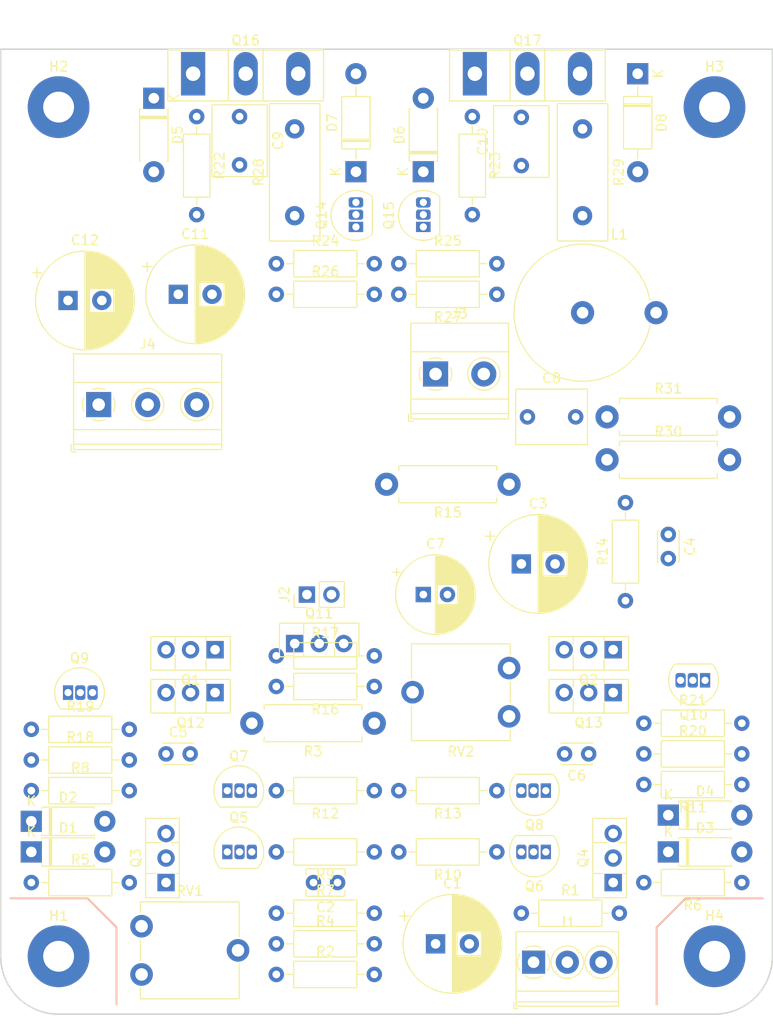
<source format=kicad_pcb>
(kicad_pcb (version 20171130) (host pcbnew 5.0.2-bee76a0~70~ubuntu18.04.1)
  (layers (0 F.Cu signal) (31 B.Cu signal) (34 B.Paste user) (35 F.Paste user) (36 B.SilkS user) (37 F.SilkS user) (38 B.Mask user) (39 F.Mask user) (44 Edge.Cuts user))
  (net 0 "")
  (net 1 "Net-(C1-Pad2)")
  (net 2 "Net-(C1-Pad1)")
  (net 3 GNDS)
  (net 4 "Net-(C2-Pad2)")
  (net 5 "Net-(C3-Pad1)")
  (net 6 "Net-(C4-Pad1)")
  (net 7 "Net-(C4-Pad2)")
  (net 8 "Net-(C5-Pad1)")
  (net 9 "Net-(C5-Pad2)")
  (net 10 "Net-(C6-Pad2)")
  (net 11 "Net-(C6-Pad1)")
  (net 12 "Net-(C8-Pad1)")
  (net 13 GNDA)
  (net 14 VDD)
  (net 15 VSS)
  (net 16 "Net-(D1-Pad1)")
  (net 17 "Net-(D2-Pad1)")
  (net 18 "Net-(D3-Pad1)")
  (net 19 "Net-(D3-Pad2)")
  (net 20 "Net-(D5-Pad1)")
  (net 21 "Net-(D6-Pad2)")
  (net 22 "Net-(D7-Pad2)")
  (net 23 "Net-(D8-Pad1)")
  (net 24 "Net-(J2-Pad1)")
  (net 25 "Net-(J3-Pad1)")
  (net 26 "Net-(Q1-Pad2)")
  (net 27 "Net-(Q1-Pad3)")
  (net 28 "Net-(Q2-Pad2)")
  (net 29 "Net-(Q2-Pad3)")
  (net 30 "Net-(Q3-Pad2)")
  (net 31 "Net-(Q4-Pad2)")
  (net 32 "Net-(Q5-Pad3)")
  (net 33 "Net-(Q6-Pad3)")
  (net 34 "Net-(Q7-Pad3)")
  (net 35 "Net-(Q8-Pad3)")
  (net 36 "Net-(Q9-Pad2)")
  (net 37 "Net-(Q10-Pad2)")
  (net 38 "Net-(Q11-Pad3)")
  (net 39 "Net-(Q12-Pad1)")
  (net 40 "Net-(Q13-Pad1)")
  (net 41 "Net-(Q14-Pad2)")
  (net 42 "Net-(Q15-Pad2)")
  (net 43 "Net-(Q16-Pad1)")
  (net 44 "Net-(Q17-Pad1)")
  (net 45 "Net-(R5-Pad2)")
  (net 46 "Net-(R17-Pad2)")
  (module Capacitor_THT:CP_Radial_D10.0mm_P3.50mm (layer F.Cu) (at 115.08 122.71)
    (fp_text reference C1 (at 1.75 -6.25) (layer F.SilkS))
    (fp_text value 100u)
    (pad 2 thru_hole circle (at 3.5 0) (size 2 2) (drill 1) (layers *.Cu *.Mask) (net 1 "Net-(C1-Pad2)"))
    (pad 1 thru_hole rect (at 0 0) (size 2 2) (drill 1) (layers *.Cu *.Mask) (net 2 "Net-(C1-Pad1)"))
  )
  (module Capacitor_THT:C_Disc_D3.8mm_W2.6mm_P2.50mm (layer F.Cu) (at 104.92 116.36 180)
    (fp_text reference C2 (at 1.25 -2.55 180) (layer F.SilkS))
    (fp_text value 470p)
    (pad 1 thru_hole circle (at 0 0 180) (size 1.6 1.6) (drill 0.8) (layers *.Cu *.Mask) (net 3 GNDS))
    (pad 2 thru_hole circle (at 2.5 0 180) (size 1.6 1.6) (drill 0.8) (layers *.Cu *.Mask) (net 4 "Net-(C2-Pad2)"))
  )
  (module Capacitor_THT:CP_Radial_D10.0mm_P3.50mm (layer F.Cu) (at 123.97 83.34)
    (fp_text reference C3 (at 1.75 -6.25) (layer F.SilkS))
    (fp_text value 1m)
    (pad 1 thru_hole rect (at 0 0) (size 2 2) (drill 1) (layers *.Cu *.Mask) (net 5 "Net-(C3-Pad1)"))
    (pad 2 thru_hole circle (at 3.5 0) (size 2 2) (drill 1) (layers *.Cu *.Mask) (net 3 GNDS))
  )
  (module Capacitor_THT:C_Disc_D3.0mm_W2.0mm_P2.50mm (layer F.Cu) (at 139.21 80.28 270)
    (fp_text reference C4 (at 1.25 -2.25 270) (layer F.SilkS))
    (fp_text value 8.2p)
    (pad 1 thru_hole circle (at 0 0 270) (size 1.6 1.6) (drill 0.8) (layers *.Cu *.Mask) (net 6 "Net-(C4-Pad1)"))
    (pad 2 thru_hole circle (at 2.5 0 270) (size 1.6 1.6) (drill 0.8) (layers *.Cu *.Mask) (net 7 "Net-(C4-Pad2)"))
  )
  (module Capacitor_THT:C_Disc_D3.0mm_W2.0mm_P2.50mm (layer F.Cu) (at 87.14 103.025)
    (fp_text reference C5 (at 1.25 -2.25) (layer F.SilkS))
    (fp_text value 47p)
    (pad 1 thru_hole circle (at 0 0) (size 1.6 1.6) (drill 0.8) (layers *.Cu *.Mask) (net 8 "Net-(C5-Pad1)"))
    (pad 2 thru_hole circle (at 2.5 0) (size 1.6 1.6) (drill 0.8) (layers *.Cu *.Mask) (net 9 "Net-(C5-Pad2)"))
  )
  (module Capacitor_THT:C_Disc_D3.0mm_W2.0mm_P2.50mm (layer F.Cu) (at 130.955 103.025 180)
    (fp_text reference C6 (at 1.25 -2.25 180) (layer F.SilkS))
    (fp_text value 47p)
    (pad 2 thru_hole circle (at 2.5 0 180) (size 1.6 1.6) (drill 0.8) (layers *.Cu *.Mask) (net 10 "Net-(C6-Pad2)"))
    (pad 1 thru_hole circle (at 0 0 180) (size 1.6 1.6) (drill 0.8) (layers *.Cu *.Mask) (net 11 "Net-(C6-Pad1)"))
  )
  (module Capacitor_THT:CP_Radial_D8.0mm_P2.50mm (layer F.Cu) (at 113.81 86.515)
    (fp_text reference C7 (at 1.25 -5.25) (layer F.SilkS))
    (fp_text value 47u)
    (pad 1 thru_hole rect (at 0 0) (size 1.6 1.6) (drill 0.8) (layers *.Cu *.Mask) (net 9 "Net-(C5-Pad2)"))
    (pad 2 thru_hole circle (at 2.5 0) (size 1.6 1.6) (drill 0.8) (layers *.Cu *.Mask) (net 11 "Net-(C6-Pad1)"))
  )
  (module Capacitor_THT:C_Rect_L7.2mm_W5.5mm_P5.00mm_FKS2_FKP2_MKS2_MKP2 (layer F.Cu) (at 124.605 68.1)
    (fp_text reference C8 (at 2.5 -4) (layer F.SilkS))
    (fp_text value 100n)
    (pad 1 thru_hole circle (at 0 0) (size 1.6 1.6) (drill 0.8) (layers *.Cu *.Mask) (net 12 "Net-(C8-Pad1)"))
    (pad 2 thru_hole circle (at 5 0) (size 1.6 1.6) (drill 0.8) (layers *.Cu *.Mask) (net 13 GNDA))
  )
  (module Capacitor_THT:C_Rect_L7.2mm_W5.5mm_P5.00mm_FKS2_FKP2_MKS2_MKP2 (layer F.Cu) (at 94.76 36.985 270)
    (fp_text reference C9 (at 2.5 -4 270) (layer F.SilkS))
    (fp_text value 100n)
    (pad 2 thru_hole circle (at 5 0 270) (size 1.6 1.6) (drill 0.8) (layers *.Cu *.Mask) (net 13 GNDA))
    (pad 1 thru_hole circle (at 0 0 270) (size 1.6 1.6) (drill 0.8) (layers *.Cu *.Mask) (net 14 VDD))
  )
  (module Capacitor_THT:C_Rect_L7.2mm_W5.5mm_P5.00mm_FKS2_FKP2_MKS2_MKP2 (layer F.Cu) (at 123.97 42.065 90)
    (fp_text reference C10 (at 2.5 -4 90) (layer F.SilkS))
    (fp_text value 100n)
    (pad 1 thru_hole circle (at 0 0 90) (size 1.6 1.6) (drill 0.8) (layers *.Cu *.Mask) (net 13 GNDA))
    (pad 2 thru_hole circle (at 5 0 90) (size 1.6 1.6) (drill 0.8) (layers *.Cu *.Mask) (net 15 VSS))
  )
  (module Capacitor_THT:CP_Radial_D10.0mm_P3.50mm (layer F.Cu) (at 88.41 55.4)
    (fp_text reference C11 (at 1.75 -6.25) (layer F.SilkS))
    (fp_text value 470u)
    (pad 1 thru_hole rect (at 0 0) (size 2 2) (drill 1) (layers *.Cu *.Mask) (net 14 VDD))
    (pad 2 thru_hole circle (at 3.5 0) (size 2 2) (drill 1) (layers *.Cu *.Mask) (net 13 GNDA))
  )
  (module Capacitor_THT:CP_Radial_D10.0mm_P3.50mm (layer F.Cu) (at 76.98 56.035)
    (fp_text reference C12 (at 1.75 -6.25) (layer F.SilkS))
    (fp_text value 470u)
    (pad 2 thru_hole circle (at 3.5 0) (size 2 2) (drill 1) (layers *.Cu *.Mask) (net 15 VSS))
    (pad 1 thru_hole rect (at 0 0) (size 2 2) (drill 1) (layers *.Cu *.Mask) (net 13 GNDA))
  )
  (module Diode_THT:D_DO-41_SOD81_P7.62mm_Horizontal (layer F.Cu) (at 73.17 113.185)
    (fp_text reference D1 (at 3.81 -2.47) (layer F.SilkS))
    (fp_text value BAV21)
    (fp_text user K (at 0 -2.1) (layer F.SilkS))
    (pad 2 thru_hole oval (at 7.62 0) (size 2.2 2.2) (drill 1.1) (layers *.Cu *.Mask) (net 14 VDD))
    (pad 1 thru_hole rect (at 0 0) (size 2.2 2.2) (drill 1.1) (layers *.Cu *.Mask) (net 16 "Net-(D1-Pad1)"))
  )
  (module Diode_THT:D_DO-41_SOD81_P7.62mm_Horizontal (layer F.Cu) (at 73.17 110.01)
    (fp_text reference D2 (at 3.81 -2.47) (layer F.SilkS))
    (fp_text value BAV21)
    (fp_text user K (at 0 -2.1) (layer F.SilkS))
    (pad 1 thru_hole rect (at 0 0) (size 2.2 2.2) (drill 1.1) (layers *.Cu *.Mask) (net 17 "Net-(D2-Pad1)"))
    (pad 2 thru_hole oval (at 7.62 0) (size 2.2 2.2) (drill 1.1) (layers *.Cu *.Mask) (net 16 "Net-(D1-Pad1)"))
  )
  (module Diode_THT:D_DO-41_SOD81_P7.62mm_Horizontal (layer F.Cu) (at 139.21 113.185)
    (fp_text reference D3 (at 3.81 -2.47) (layer F.SilkS))
    (fp_text value BAV21)
    (fp_text user K (at 0 -2.1) (layer F.SilkS))
    (pad 1 thru_hole rect (at 0 0) (size 2.2 2.2) (drill 1.1) (layers *.Cu *.Mask) (net 18 "Net-(D3-Pad1)"))
    (pad 2 thru_hole oval (at 7.62 0) (size 2.2 2.2) (drill 1.1) (layers *.Cu *.Mask) (net 19 "Net-(D3-Pad2)"))
  )
  (module Diode_THT:D_DO-41_SOD81_P7.62mm_Horizontal (layer F.Cu) (at 139.21 109.375)
    (fp_text reference D4 (at 3.81 -2.47) (layer F.SilkS))
    (fp_text value BAV21)
    (fp_text user K (at 0 -2.1) (layer F.SilkS))
    (pad 2 thru_hole oval (at 7.62 0) (size 2.2 2.2) (drill 1.1) (layers *.Cu *.Mask) (net 18 "Net-(D3-Pad1)"))
    (pad 1 thru_hole rect (at 0 0) (size 2.2 2.2) (drill 1.1) (layers *.Cu *.Mask) (net 15 VSS))
  )
  (module Diode_THT:D_DO-41_SOD81_P7.62mm_Horizontal (layer F.Cu) (at 85.87 35.08 270)
    (fp_text reference D5 (at 3.81 -2.47 270) (layer F.SilkS))
    (fp_text value BAV21)
    (fp_text user K (at 0 -2.1 270) (layer F.SilkS))
    (pad 2 thru_hole oval (at 7.62 0 270) (size 2.2 2.2) (drill 1.1) (layers *.Cu *.Mask) (net 9 "Net-(C5-Pad2)"))
    (pad 1 thru_hole rect (at 0 0 270) (size 2.2 2.2) (drill 1.1) (layers *.Cu *.Mask) (net 20 "Net-(D5-Pad1)"))
  )
  (module Diode_THT:D_DO-41_SOD81_P7.62mm_Horizontal (layer F.Cu) (at 113.81 42.7 90)
    (fp_text reference D6 (at 3.81 -2.47 90) (layer F.SilkS))
    (fp_text value BAV21)
    (fp_text user K (at 0 -2.1 90) (layer F.SilkS))
    (pad 1 thru_hole rect (at 0 0 90) (size 2.2 2.2) (drill 1.1) (layers *.Cu *.Mask) (net 11 "Net-(C6-Pad1)"))
    (pad 2 thru_hole oval (at 7.62 0 90) (size 2.2 2.2) (drill 1.1) (layers *.Cu *.Mask) (net 21 "Net-(D6-Pad2)"))
  )
  (module Diode_THT:D_DO-41_SOD81_P10.16mm_Horizontal (layer F.Cu) (at 106.825 42.7 90)
    (fp_text reference D7 (at 5.08 -2.47 90) (layer F.SilkS))
    (fp_text value ZPY12-TR)
    (fp_text user K (at 0 -2.1 90) (layer F.SilkS))
    (pad 1 thru_hole rect (at 0 0 90) (size 2.2 2.2) (drill 1.1) (layers *.Cu *.Mask) (net 20 "Net-(D5-Pad1)"))
    (pad 2 thru_hole oval (at 10.16 0 90) (size 2.2 2.2) (drill 1.1) (layers *.Cu *.Mask) (net 22 "Net-(D7-Pad2)"))
  )
  (module Diode_THT:D_DO-41_SOD81_P10.16mm_Horizontal (layer F.Cu) (at 136.035 32.54 270)
    (fp_text reference D8 (at 5.08 -2.47 270) (layer F.SilkS))
    (fp_text value ZPY12-TR)
    (fp_text user K (at 0 -2.1 270) (layer F.SilkS))
    (pad 2 thru_hole oval (at 10.16 0 270) (size 2.2 2.2) (drill 1.1) (layers *.Cu *.Mask) (net 21 "Net-(D6-Pad2)"))
    (pad 1 thru_hole rect (at 0 0 270) (size 2.2 2.2) (drill 1.1) (layers *.Cu *.Mask) (net 23 "Net-(D8-Pad1)"))
  )
  (module MountingHole:MountingHole_3.2mm_M3_Pad (layer F.Cu) (at 76 124)
    (fp_text reference H1 (at 0 -4.2) (layer F.SilkS))
    (fp_text value MountingHole)
    (pad 1 thru_hole circle (at 0 0) (size 6.4 6.4) (drill 3.2) (layers *.Cu *.Mask))
  )
  (module MountingHole:MountingHole_3.2mm_M3_Pad (layer F.Cu) (at 76 36)
    (fp_text reference H2 (at 0 -4.2) (layer F.SilkS))
    (fp_text value MountingHole)
    (pad 1 thru_hole circle (at 0 0) (size 6.4 6.4) (drill 3.2) (layers *.Cu *.Mask))
  )
  (module MountingHole:MountingHole_3.2mm_M3_Pad (layer F.Cu) (at 144 36)
    (fp_text reference H3 (at 0 -4.2) (layer F.SilkS))
    (fp_text value MountingHole)
    (pad 1 thru_hole circle (at 0 0) (size 6.4 6.4) (drill 3.2) (layers *.Cu *.Mask))
  )
  (module MountingHole:MountingHole_3.2mm_M3_Pad (layer F.Cu) (at 144 124)
    (fp_text reference H4 (at 0 -4.2) (layer F.SilkS))
    (fp_text value MountingHole)
    (pad 1 thru_hole circle (at 0 0) (size 6.4 6.4) (drill 3.2) (layers *.Cu *.Mask))
  )
  (module TerminalBlock_Phoenix:TerminalBlock_Phoenix_PT-1,5-3-3.5-H_1x03_P3.50mm_Horizontal (layer F.Cu) (at 125.24 124.615)
    (fp_text reference J1 (at 3.5 -4.16) (layer F.SilkS))
    (fp_text value input)
    (pad 1 thru_hole rect (at 0 0) (size 2.4 2.4) (drill 1.2) (layers *.Cu *.Mask) (net 13 GNDA))
    (pad 2 thru_hole circle (at 3.5 0) (size 2.4 2.4) (drill 1.2) (layers *.Cu *.Mask) (net 3 GNDS))
    (pad 3 thru_hole circle (at 7 0) (size 2.4 2.4) (drill 1.2) (layers *.Cu *.Mask) (net 1 "Net-(C1-Pad2)"))
  )
  (module Connector_PinHeader_2.54mm:PinHeader_1x02_P2.54mm_Vertical (layer F.Cu) (at 101.745 86.515 90)
    (fp_text reference J2 (at 0 -2.33 90) (layer F.SilkS))
    (fp_text value Conn_01x02_Female)
    (pad 1 thru_hole rect (at 0 0 90) (size 1.7 1.7) (drill 1) (layers *.Cu *.Mask) (net 24 "Net-(J2-Pad1)"))
    (pad 2 thru_hole oval (at 0 2.54 90) (size 1.7 1.7) (drill 1) (layers *.Cu *.Mask) (net 11 "Net-(C6-Pad1)"))
  )
  (module TerminalBlock_Phoenix:TerminalBlock_Phoenix_MKDS-1,5-2_1x02_P5.00mm_Horizontal (layer F.Cu) (at 115.08 63.655)
    (fp_text reference J3 (at 2.5 -6.26) (layer F.SilkS))
    (fp_text value output)
    (pad 1 thru_hole rect (at 0 0) (size 2.6 2.6) (drill 1.3) (layers *.Cu *.Mask) (net 25 "Net-(J3-Pad1)"))
    (pad 2 thru_hole circle (at 5 0) (size 2.6 2.6) (drill 1.3) (layers *.Cu *.Mask) (net 13 GNDA))
  )
  (module TerminalBlock_Phoenix:TerminalBlock_Phoenix_MKDS-1,5-3-5.08_1x03_P5.08mm_Horizontal (layer F.Cu) (at 80.155 66.83)
    (fp_text reference J4 (at 5.08 -6.26) (layer F.SilkS))
    (fp_text value power)
    (pad 1 thru_hole rect (at 0 0) (size 2.6 2.6) (drill 1.3) (layers *.Cu *.Mask) (net 14 VDD))
    (pad 2 thru_hole circle (at 5.08 0) (size 2.6 2.6) (drill 1.3) (layers *.Cu *.Mask) (net 13 GNDA))
    (pad 3 thru_hole circle (at 10.16 0) (size 2.6 2.6) (drill 1.3) (layers *.Cu *.Mask) (net 15 VSS))
  )
  (module Inductor_THT:L_Axial_L29.9mm_D14.0mm_P7.62mm_Vertical_Vishay_IHA-105 (layer F.Cu) (at 130.32 57.305)
    (fp_text reference L1 (at 3.81 -8.105) (layer F.SilkS))
    (fp_text value 4u)
    (pad 1 thru_hole circle (at 0 0) (size 2.4 2.4) (drill 1.2) (layers *.Cu *.Mask) (net 6 "Net-(C4-Pad1)"))
    (pad 2 thru_hole oval (at 7.62 0) (size 2.4 2.4) (drill 1.2) (layers *.Cu *.Mask) (net 25 "Net-(J3-Pad1)"))
  )
  (module Package_TO_SOT_THT:TO-126-3_Vertical (layer F.Cu) (at 92.22 92.23 180)
    (fp_text reference Q1 (at 2.54 -3.12 180) (layer F.SilkS))
    (fp_text value 2SA1381F)
    (pad 1 thru_hole rect (at 0 0 180) (size 1.8 1.8) (drill 1) (layers *.Cu *.Mask) (net 17 "Net-(D2-Pad1)"))
    (pad 2 thru_hole oval (at 2.54 0 180) (size 1.8 1.8) (drill 1) (layers *.Cu *.Mask) (net 26 "Net-(Q1-Pad2)"))
    (pad 3 thru_hole oval (at 5.08 0 180) (size 1.8 1.8) (drill 1) (layers *.Cu *.Mask) (net 27 "Net-(Q1-Pad3)"))
  )
  (module Package_TO_SOT_THT:TO-126-3_Vertical (layer F.Cu) (at 133.495 92.23 180)
    (fp_text reference Q2 (at 2.54 -3.12 180) (layer F.SilkS))
    (fp_text value 2SC3503F)
    (pad 1 thru_hole rect (at 0 0 180) (size 1.8 1.8) (drill 1) (layers *.Cu *.Mask) (net 19 "Net-(D3-Pad2)"))
    (pad 2 thru_hole oval (at 2.54 0 180) (size 1.8 1.8) (drill 1) (layers *.Cu *.Mask) (net 28 "Net-(Q2-Pad2)"))
    (pad 3 thru_hole oval (at 5.08 0 180) (size 1.8 1.8) (drill 1) (layers *.Cu *.Mask) (net 29 "Net-(Q2-Pad3)"))
  )
  (module Package_TO_SOT_THT:TO-126-3_Vertical (layer F.Cu) (at 87.14 116.36 90)
    (fp_text reference Q3 (at 2.54 -3.12 90) (layer F.SilkS))
    (fp_text value 2SA1381F)
    (pad 3 thru_hole oval (at 5.08 0 90) (size 1.8 1.8) (drill 1) (layers *.Cu *.Mask) (net 26 "Net-(Q1-Pad2)"))
    (pad 2 thru_hole oval (at 2.54 0 90) (size 1.8 1.8) (drill 1) (layers *.Cu *.Mask) (net 30 "Net-(Q3-Pad2)"))
    (pad 1 thru_hole rect (at 0 0 90) (size 1.8 1.8) (drill 1) (layers *.Cu *.Mask) (net 27 "Net-(Q1-Pad3)"))
  )
  (module Package_TO_SOT_THT:TO-126-3_Vertical (layer F.Cu) (at 133.495 116.36 90)
    (fp_text reference Q4 (at 2.54 -3.12 90) (layer F.SilkS))
    (fp_text value 2SC3503F)
    (pad 3 thru_hole oval (at 5.08 0 90) (size 1.8 1.8) (drill 1) (layers *.Cu *.Mask) (net 28 "Net-(Q2-Pad2)"))
    (pad 2 thru_hole oval (at 2.54 0 90) (size 1.8 1.8) (drill 1) (layers *.Cu *.Mask) (net 31 "Net-(Q4-Pad2)"))
    (pad 1 thru_hole rect (at 0 0 90) (size 1.8 1.8) (drill 1) (layers *.Cu *.Mask) (net 29 "Net-(Q2-Pad3)"))
  )
  (module Package_TO_SOT_THT:TO-92L_Inline (layer F.Cu) (at 93.49 113.185)
    (fp_text reference Q5 (at 1.19 -3.56) (layer F.SilkS))
    (fp_text value BC550C)
    (pad 2 thru_hole roundrect (at 1.27 0) (size 1.05 1.5) (drill 0.75) (layers *.Cu *.Mask) (net 4 "Net-(C2-Pad2)"))
    (pad 3 thru_hole roundrect (at 2.54 0) (size 1.05 1.5) (drill 0.75) (layers *.Cu *.Mask) (net 32 "Net-(Q5-Pad3)"))
    (pad 1 thru_hole rect (at 0 0) (size 1.05 1.5) (drill 0.75) (layers *.Cu *.Mask) (net 8 "Net-(C5-Pad1)"))
  )
  (module Package_TO_SOT_THT:TO-92L_Inline (layer F.Cu) (at 126.51 113.185 180)
    (fp_text reference Q6 (at 1.19 -3.56 180) (layer F.SilkS))
    (fp_text value BC560C)
    (pad 2 thru_hole roundrect (at 1.27 0 180) (size 1.05 1.5) (drill 0.75) (layers *.Cu *.Mask) (net 4 "Net-(C2-Pad2)"))
    (pad 3 thru_hole roundrect (at 2.54 0 180) (size 1.05 1.5) (drill 0.75) (layers *.Cu *.Mask) (net 33 "Net-(Q6-Pad3)"))
    (pad 1 thru_hole rect (at 0 0 180) (size 1.05 1.5) (drill 0.75) (layers *.Cu *.Mask) (net 10 "Net-(C6-Pad2)"))
  )
  (module Package_TO_SOT_THT:TO-92L_Inline (layer F.Cu) (at 93.49 106.835)
    (fp_text reference Q7 (at 1.19 -3.56) (layer F.SilkS))
    (fp_text value BC550C)
    (pad 1 thru_hole rect (at 0 0) (size 1.05 1.5) (drill 0.75) (layers *.Cu *.Mask) (net 14 VDD))
    (pad 3 thru_hole roundrect (at 2.54 0) (size 1.05 1.5) (drill 0.75) (layers *.Cu *.Mask) (net 34 "Net-(Q7-Pad3)"))
    (pad 2 thru_hole roundrect (at 1.27 0) (size 1.05 1.5) (drill 0.75) (layers *.Cu *.Mask) (net 7 "Net-(C4-Pad2)"))
  )
  (module Package_TO_SOT_THT:TO-92L_Inline (layer F.Cu) (at 126.51 106.835 180)
    (fp_text reference Q8 (at 1.19 -3.56 180) (layer F.SilkS))
    (fp_text value BC560C)
    (pad 1 thru_hole rect (at 0 0 180) (size 1.05 1.5) (drill 0.75) (layers *.Cu *.Mask) (net 15 VSS))
    (pad 3 thru_hole roundrect (at 2.54 0 180) (size 1.05 1.5) (drill 0.75) (layers *.Cu *.Mask) (net 35 "Net-(Q8-Pad3)"))
    (pad 2 thru_hole roundrect (at 1.27 0 180) (size 1.05 1.5) (drill 0.75) (layers *.Cu *.Mask) (net 7 "Net-(C4-Pad2)"))
  )
  (module Package_TO_SOT_THT:TO-92L_Inline (layer F.Cu) (at 76.98 96.675)
    (fp_text reference Q9 (at 1.19 -3.56) (layer F.SilkS))
    (fp_text value BC556B)
    (pad 1 thru_hole rect (at 0 0) (size 1.05 1.5) (drill 0.75) (layers *.Cu *.Mask) (net 8 "Net-(C5-Pad1)"))
    (pad 3 thru_hole roundrect (at 2.54 0) (size 1.05 1.5) (drill 0.75) (layers *.Cu *.Mask) (net 14 VDD))
    (pad 2 thru_hole roundrect (at 1.27 0) (size 1.05 1.5) (drill 0.75) (layers *.Cu *.Mask) (net 36 "Net-(Q9-Pad2)"))
  )
  (module Package_TO_SOT_THT:TO-92L_Inline (layer F.Cu) (at 143.02 95.405 180)
    (fp_text reference Q10 (at 1.19 -3.56 180) (layer F.SilkS))
    (fp_text value BC546B)
    (pad 1 thru_hole rect (at 0 0 180) (size 1.05 1.5) (drill 0.75) (layers *.Cu *.Mask) (net 10 "Net-(C6-Pad2)"))
    (pad 3 thru_hole roundrect (at 2.54 0 180) (size 1.05 1.5) (drill 0.75) (layers *.Cu *.Mask) (net 15 VSS))
    (pad 2 thru_hole roundrect (at 1.27 0 180) (size 1.05 1.5) (drill 0.75) (layers *.Cu *.Mask) (net 37 "Net-(Q10-Pad2)"))
  )
  (module Package_TO_SOT_THT:TO-126-3_Vertical (layer F.Cu) (at 100.475 91.595)
    (fp_text reference Q11 (at 2.54 -3.12) (layer F.SilkS))
    (fp_text value MJE340)
    (pad 1 thru_hole rect (at 0 0) (size 1.8 1.8) (drill 1) (layers *.Cu *.Mask) (net 24 "Net-(J2-Pad1)"))
    (pad 2 thru_hole oval (at 2.54 0) (size 1.8 1.8) (drill 1) (layers *.Cu *.Mask) (net 9 "Net-(C5-Pad2)"))
    (pad 3 thru_hole oval (at 5.08 0) (size 1.8 1.8) (drill 1) (layers *.Cu *.Mask) (net 38 "Net-(Q11-Pad3)"))
  )
  (module Package_TO_SOT_THT:TO-126-3_Vertical (layer F.Cu) (at 92.22 96.675 180)
    (fp_text reference Q12 (at 2.54 -3.12 180) (layer F.SilkS))
    (fp_text value 2SA1381F)
    (pad 3 thru_hole oval (at 5.08 0 180) (size 1.8 1.8) (drill 1) (layers *.Cu *.Mask) (net 8 "Net-(C5-Pad1)"))
    (pad 2 thru_hole oval (at 2.54 0 180) (size 1.8 1.8) (drill 1) (layers *.Cu *.Mask) (net 9 "Net-(C5-Pad2)"))
    (pad 1 thru_hole rect (at 0 0 180) (size 1.8 1.8) (drill 1) (layers *.Cu *.Mask) (net 39 "Net-(Q12-Pad1)"))
  )
  (module Package_TO_SOT_THT:TO-126-3_Vertical (layer F.Cu) (at 133.495 96.675 180)
    (fp_text reference Q13 (at 2.54 -3.12 180) (layer F.SilkS))
    (fp_text value 2SC3503F)
    (pad 1 thru_hole rect (at 0 0 180) (size 1.8 1.8) (drill 1) (layers *.Cu *.Mask) (net 40 "Net-(Q13-Pad1)"))
    (pad 2 thru_hole oval (at 2.54 0 180) (size 1.8 1.8) (drill 1) (layers *.Cu *.Mask) (net 11 "Net-(C6-Pad1)"))
    (pad 3 thru_hole oval (at 5.08 0 180) (size 1.8 1.8) (drill 1) (layers *.Cu *.Mask) (net 10 "Net-(C6-Pad2)"))
  )
  (module Package_TO_SOT_THT:TO-92L_Inline (layer F.Cu) (at 106.825 48.415 90)
    (fp_text reference Q14 (at 1.19 -3.56 90) (layer F.SilkS))
    (fp_text value BC546B)
    (pad 2 thru_hole roundrect (at 1.27 0 90) (size 1.05 1.5) (drill 0.75) (layers *.Cu *.Mask) (net 41 "Net-(Q14-Pad2)"))
    (pad 3 thru_hole roundrect (at 2.54 0 90) (size 1.05 1.5) (drill 0.75) (layers *.Cu *.Mask) (net 6 "Net-(C4-Pad1)"))
    (pad 1 thru_hole rect (at 0 0 90) (size 1.05 1.5) (drill 0.75) (layers *.Cu *.Mask) (net 20 "Net-(D5-Pad1)"))
  )
  (module Package_TO_SOT_THT:TO-92L_Inline (layer F.Cu) (at 113.81 48.415 90)
    (fp_text reference Q15 (at 1.19 -3.56 90) (layer F.SilkS))
    (fp_text value BC556B)
    (pad 2 thru_hole roundrect (at 1.27 0 90) (size 1.05 1.5) (drill 0.75) (layers *.Cu *.Mask) (net 42 "Net-(Q15-Pad2)"))
    (pad 3 thru_hole roundrect (at 2.54 0 90) (size 1.05 1.5) (drill 0.75) (layers *.Cu *.Mask) (net 6 "Net-(C4-Pad1)"))
    (pad 1 thru_hole rect (at 0 0 90) (size 1.05 1.5) (drill 0.75) (layers *.Cu *.Mask) (net 21 "Net-(D6-Pad2)"))
  )
  (module Package_TO_SOT_THT:TO-247-3_Vertical (layer F.Cu) (at 89.945 32.54)
    (fp_text reference Q16 (at 5.45 -3.45) (layer F.SilkS))
    (fp_text value IRFP240N)
    (pad 1 thru_hole rect (at 0 0) (size 2.5 4.5) (drill 1.5) (layers *.Cu *.Mask) (net 43 "Net-(Q16-Pad1)"))
    (pad 2 thru_hole oval (at 5.45 0) (size 2.5 4.5) (drill 1.5) (layers *.Cu *.Mask) (net 14 VDD))
    (pad 3 thru_hole oval (at 10.9 0) (size 2.5 4.5) (drill 1.5) (layers *.Cu *.Mask) (net 22 "Net-(D7-Pad2)"))
  )
  (module Package_TO_SOT_THT:TO-247-3_Vertical (layer F.Cu) (at 119.155 32.54)
    (fp_text reference Q17 (at 5.45 -3.45) (layer F.SilkS))
    (fp_text value IRFP9240N)
    (pad 3 thru_hole oval (at 10.9 0) (size 2.5 4.5) (drill 1.5) (layers *.Cu *.Mask) (net 23 "Net-(D8-Pad1)"))
    (pad 2 thru_hole oval (at 5.45 0) (size 2.5 4.5) (drill 1.5) (layers *.Cu *.Mask) (net 15 VSS))
    (pad 1 thru_hole rect (at 0 0) (size 2.5 4.5) (drill 1.5) (layers *.Cu *.Mask) (net 44 "Net-(Q17-Pad1)"))
  )
  (module Resistor_THT:R_Axial_DIN0207_L6.3mm_D2.5mm_P10.16mm_Horizontal (layer F.Cu) (at 98.57 125.885)
    (fp_text reference R2 (at 5.08 -2.37) (layer F.SilkS))
    (fp_text value 10k)
    (pad 2 thru_hole oval (at 10.16 0) (size 1.6 1.6) (drill 0.8) (layers *.Cu *.Mask) (net 1 "Net-(C1-Pad2)"))
    (pad 1 thru_hole circle (at 0 0) (size 1.6 1.6) (drill 0.8) (layers *.Cu *.Mask) (net 3 GNDS))
  )
  (module Resistor_THT:R_Axial_DIN0411_L9.9mm_D3.6mm_P12.70mm_Horizontal (layer F.Cu) (at 108.73 99.85 180)
    (fp_text reference R3 (at 6.35 -2.92 180) (layer F.SilkS))
    (fp_text value 8k2)
    (pad 2 thru_hole oval (at 12.7 0 180) (size 2.4 2.4) (drill 1.2) (layers *.Cu *.Mask) (net 26 "Net-(Q1-Pad2)"))
    (pad 1 thru_hole circle (at 0 0 180) (size 2.4 2.4) (drill 1.2) (layers *.Cu *.Mask) (net 28 "Net-(Q2-Pad2)"))
  )
  (module Resistor_THT:R_Axial_DIN0207_L6.3mm_D2.5mm_P10.16mm_Horizontal (layer F.Cu) (at 98.57 122.71)
    (fp_text reference R4 (at 5.08 -2.37) (layer F.SilkS))
    (fp_text value 100)
    (pad 1 thru_hole circle (at 0 0) (size 1.6 1.6) (drill 0.8) (layers *.Cu *.Mask) (net 4 "Net-(C2-Pad2)"))
    (pad 2 thru_hole oval (at 10.16 0) (size 1.6 1.6) (drill 0.8) (layers *.Cu *.Mask) (net 2 "Net-(C1-Pad1)"))
  )
  (module Resistor_THT:R_Axial_DIN0207_L6.3mm_D2.5mm_P10.16mm_Horizontal (layer F.Cu) (at 73.17 116.36)
    (fp_text reference R5 (at 5.08 -2.37) (layer F.SilkS))
    (fp_text value 1k)
    (pad 2 thru_hole oval (at 10.16 0) (size 1.6 1.6) (drill 0.8) (layers *.Cu *.Mask) (net 45 "Net-(R5-Pad2)"))
    (pad 1 thru_hole circle (at 0 0) (size 1.6 1.6) (drill 0.8) (layers *.Cu *.Mask) (net 27 "Net-(Q1-Pad3)"))
  )
  (module Resistor_THT:R_Axial_DIN0207_L6.3mm_D2.5mm_P10.16mm_Horizontal (layer F.Cu) (at 146.83 116.36 180)
    (fp_text reference R6 (at 5.08 -2.37 180) (layer F.SilkS))
    (fp_text value 560)
    (pad 1 thru_hole circle (at 0 0 180) (size 1.6 1.6) (drill 0.8) (layers *.Cu *.Mask) (net 15 VSS))
    (pad 2 thru_hole oval (at 10.16 0 180) (size 1.6 1.6) (drill 0.8) (layers *.Cu *.Mask) (net 29 "Net-(Q2-Pad3)"))
  )
  (module Resistor_THT:R_Axial_DIN0207_L6.3mm_D2.5mm_P10.16mm_Horizontal (layer F.Cu) (at 98.57 119.535)
    (fp_text reference R7 (at 5.08 -2.37) (layer F.SilkS))
    (fp_text value 1k5)
    (pad 1 thru_hole circle (at 0 0) (size 1.6 1.6) (drill 0.8) (layers *.Cu *.Mask) (net 4 "Net-(C2-Pad2)"))
    (pad 2 thru_hole oval (at 10.16 0) (size 1.6 1.6) (drill 0.8) (layers *.Cu *.Mask) (net 3 GNDS))
  )
  (module Resistor_THT:R_Axial_DIN0207_L6.3mm_D2.5mm_P10.16mm_Horizontal (layer F.Cu) (at 73.17 106.835)
    (fp_text reference R8 (at 5.08 -2.37) (layer F.SilkS))
    (fp_text value 1k)
    (pad 1 thru_hole circle (at 0 0) (size 1.6 1.6) (drill 0.8) (layers *.Cu *.Mask) (net 8 "Net-(C5-Pad1)"))
    (pad 2 thru_hole oval (at 10.16 0) (size 1.6 1.6) (drill 0.8) (layers *.Cu *.Mask) (net 14 VDD))
  )
  (module Resistor_THT:R_Axial_DIN0207_L6.3mm_D2.5mm_P10.16mm_Horizontal (layer F.Cu) (at 108.73 113.185 180)
    (fp_text reference R9 (at 5.08 -2.37 180) (layer F.SilkS))
    (fp_text value 100)
    (pad 1 thru_hole circle (at 0 0 180) (size 1.6 1.6) (drill 0.8) (layers *.Cu *.Mask) (net 31 "Net-(Q4-Pad2)"))
    (pad 2 thru_hole oval (at 10.16 0 180) (size 1.6 1.6) (drill 0.8) (layers *.Cu *.Mask) (net 32 "Net-(Q5-Pad3)"))
  )
  (module Resistor_THT:R_Axial_DIN0207_L6.3mm_D2.5mm_P10.16mm_Horizontal (layer F.Cu) (at 121.43 113.185 180)
    (fp_text reference R10 (at 5.08 -2.37 180) (layer F.SilkS))
    (fp_text value 100)
    (pad 1 thru_hole circle (at 0 0 180) (size 1.6 1.6) (drill 0.8) (layers *.Cu *.Mask) (net 33 "Net-(Q6-Pad3)"))
    (pad 2 thru_hole oval (at 10.16 0 180) (size 1.6 1.6) (drill 0.8) (layers *.Cu *.Mask) (net 30 "Net-(Q3-Pad2)"))
  )
  (module Resistor_THT:R_Axial_DIN0207_L6.3mm_D2.5mm_P10.16mm_Horizontal (layer F.Cu) (at 146.83 106.2 180)
    (fp_text reference R11 (at 5.08 -2.37 180) (layer F.SilkS))
    (fp_text value 1k)
    (pad 2 thru_hole oval (at 10.16 0 180) (size 1.6 1.6) (drill 0.8) (layers *.Cu *.Mask) (net 10 "Net-(C6-Pad2)"))
    (pad 1 thru_hole circle (at 0 0 180) (size 1.6 1.6) (drill 0.8) (layers *.Cu *.Mask) (net 15 VSS))
  )
  (module Resistor_THT:R_Axial_DIN0207_L6.3mm_D2.5mm_P10.16mm_Horizontal (layer F.Cu) (at 108.73 106.835 180)
    (fp_text reference R12 (at 5.08 -2.37 180) (layer F.SilkS))
    (fp_text value 100)
    (pad 2 thru_hole oval (at 10.16 0 180) (size 1.6 1.6) (drill 0.8) (layers *.Cu *.Mask) (net 34 "Net-(Q7-Pad3)"))
    (pad 1 thru_hole circle (at 0 0 180) (size 1.6 1.6) (drill 0.8) (layers *.Cu *.Mask) (net 31 "Net-(Q4-Pad2)"))
  )
  (module Resistor_THT:R_Axial_DIN0207_L6.3mm_D2.5mm_P10.16mm_Horizontal (layer F.Cu) (at 121.43 106.835 180)
    (fp_text reference R13 (at 5.08 -2.37 180) (layer F.SilkS))
    (fp_text value 100)
    (pad 2 thru_hole oval (at 10.16 0 180) (size 1.6 1.6) (drill 0.8) (layers *.Cu *.Mask) (net 30 "Net-(Q3-Pad2)"))
    (pad 1 thru_hole circle (at 0 0 180) (size 1.6 1.6) (drill 0.8) (layers *.Cu *.Mask) (net 35 "Net-(Q8-Pad3)"))
  )
  (module Resistor_THT:R_Axial_DIN0207_L6.3mm_D2.5mm_P10.16mm_Horizontal (layer F.Cu) (at 134.765 87.15 90)
    (fp_text reference R14 (at 5.08 -2.37 90) (layer F.SilkS))
    (fp_text value 100)
    (pad 2 thru_hole oval (at 10.16 0 90) (size 1.6 1.6) (drill 0.8) (layers *.Cu *.Mask) (net 5 "Net-(C3-Pad1)"))
    (pad 1 thru_hole circle (at 0 0 90) (size 1.6 1.6) (drill 0.8) (layers *.Cu *.Mask) (net 7 "Net-(C4-Pad2)"))
  )
  (module Resistor_THT:R_Axial_DIN0411_L9.9mm_D3.6mm_P12.70mm_Horizontal (layer F.Cu) (at 122.7 75.085 180)
    (fp_text reference R15 (at 6.35 -2.92 180) (layer F.SilkS))
    (fp_text value 1k5)
    (pad 1 thru_hole circle (at 0 0 180) (size 2.4 2.4) (drill 1.2) (layers *.Cu *.Mask) (net 7 "Net-(C4-Pad2)"))
    (pad 2 thru_hole oval (at 12.7 0 180) (size 2.4 2.4) (drill 1.2) (layers *.Cu *.Mask) (net 6 "Net-(C4-Pad1)"))
  )
  (module Resistor_THT:R_Axial_DIN0207_L6.3mm_D2.5mm_P10.16mm_Horizontal (layer F.Cu) (at 108.73 96.04 180)
    (fp_text reference R16 (at 5.08 -2.37 180) (layer F.SilkS))
    (fp_text value 6k8)
    (pad 2 thru_hole oval (at 10.16 0 180) (size 1.6 1.6) (drill 0.8) (layers *.Cu *.Mask) (net 9 "Net-(C5-Pad2)"))
    (pad 1 thru_hole circle (at 0 0 180) (size 1.6 1.6) (drill 0.8) (layers *.Cu *.Mask) (net 38 "Net-(Q11-Pad3)"))
  )
  (module Resistor_THT:R_Axial_DIN0207_L6.3mm_D2.5mm_P10.16mm_Horizontal (layer F.Cu) (at 98.57 92.865)
    (fp_text reference R17 (at 5.08 -2.37) (layer F.SilkS))
    (fp_text value 1k)
    (pad 1 thru_hole circle (at 0 0) (size 1.6 1.6) (drill 0.8) (layers *.Cu *.Mask) (net 11 "Net-(C6-Pad1)"))
    (pad 2 thru_hole oval (at 10.16 0) (size 1.6 1.6) (drill 0.8) (layers *.Cu *.Mask) (net 46 "Net-(R17-Pad2)"))
  )
  (module Resistor_THT:R_Axial_DIN0207_L6.3mm_D2.5mm_P10.16mm_Horizontal (layer F.Cu) (at 73.17 103.66)
    (fp_text reference R18 (at 5.08 -2.37) (layer F.SilkS))
    (fp_text value 18)
    (pad 1 thru_hole circle (at 0 0) (size 1.6 1.6) (drill 0.8) (layers *.Cu *.Mask) (net 36 "Net-(Q9-Pad2)"))
    (pad 2 thru_hole oval (at 10.16 0) (size 1.6 1.6) (drill 0.8) (layers *.Cu *.Mask) (net 14 VDD))
  )
  (module Resistor_THT:R_Axial_DIN0207_L6.3mm_D2.5mm_P10.16mm_Horizontal (layer F.Cu) (at 73.17 100.485)
    (fp_text reference R19 (at 5.08 -2.37) (layer F.SilkS))
    (fp_text value 82)
    (pad 2 thru_hole oval (at 10.16 0) (size 1.6 1.6) (drill 0.8) (layers *.Cu *.Mask) (net 36 "Net-(Q9-Pad2)"))
    (pad 1 thru_hole circle (at 0 0) (size 1.6 1.6) (drill 0.8) (layers *.Cu *.Mask) (net 39 "Net-(Q12-Pad1)"))
  )
  (module Resistor_THT:R_Axial_DIN0207_L6.3mm_D2.5mm_P10.16mm_Horizontal (layer F.Cu) (at 136.67 103.025)
    (fp_text reference R20 (at 5.08 -2.37) (layer F.SilkS))
    (fp_text value 82)
    (pad 1 thru_hole circle (at 0 0) (size 1.6 1.6) (drill 0.8) (layers *.Cu *.Mask) (net 37 "Net-(Q10-Pad2)"))
    (pad 2 thru_hole oval (at 10.16 0) (size 1.6 1.6) (drill 0.8) (layers *.Cu *.Mask) (net 40 "Net-(Q13-Pad1)"))
  )
  (module Resistor_THT:R_Axial_DIN0207_L6.3mm_D2.5mm_P10.16mm_Horizontal (layer F.Cu) (at 136.67 99.85)
    (fp_text reference R21 (at 5.08 -2.37) (layer F.SilkS))
    (fp_text value 18)
    (pad 1 thru_hole circle (at 0 0) (size 1.6 1.6) (drill 0.8) (layers *.Cu *.Mask) (net 15 VSS))
    (pad 2 thru_hole oval (at 10.16 0) (size 1.6 1.6) (drill 0.8) (layers *.Cu *.Mask) (net 37 "Net-(Q10-Pad2)"))
  )
  (module Resistor_THT:R_Axial_DIN0207_L6.3mm_D2.5mm_P10.16mm_Horizontal (layer F.Cu) (at 90.315 36.985 270)
    (fp_text reference R22 (at 5.08 -2.37 270) (layer F.SilkS))
    (fp_text value 100)
    (pad 2 thru_hole oval (at 10.16 0 270) (size 1.6 1.6) (drill 0.8) (layers *.Cu *.Mask) (net 9 "Net-(C5-Pad2)"))
    (pad 1 thru_hole circle (at 0 0 270) (size 1.6 1.6) (drill 0.8) (layers *.Cu *.Mask) (net 43 "Net-(Q16-Pad1)"))
  )
  (module Resistor_THT:R_Axial_DIN0207_L6.3mm_D2.5mm_P10.16mm_Horizontal (layer F.Cu) (at 118.89 36.985 270)
    (fp_text reference R23 (at 5.08 -2.37 270) (layer F.SilkS))
    (fp_text value 100)
    (pad 2 thru_hole oval (at 10.16 0 270) (size 1.6 1.6) (drill 0.8) (layers *.Cu *.Mask) (net 11 "Net-(C6-Pad1)"))
    (pad 1 thru_hole circle (at 0 0 270) (size 1.6 1.6) (drill 0.8) (layers *.Cu *.Mask) (net 44 "Net-(Q17-Pad1)"))
  )
  (module Resistor_THT:R_Axial_DIN0207_L6.3mm_D2.5mm_P10.16mm_Horizontal (layer F.Cu) (at 98.57 52.225)
    (fp_text reference R24 (at 5.08 -2.37) (layer F.SilkS))
    (fp_text value 100)
    (pad 1 thru_hole circle (at 0 0) (size 1.6 1.6) (drill 0.8) (layers *.Cu *.Mask) (net 6 "Net-(C4-Pad1)"))
    (pad 2 thru_hole oval (at 10.16 0) (size 1.6 1.6) (drill 0.8) (layers *.Cu *.Mask) (net 41 "Net-(Q14-Pad2)"))
  )
  (module Resistor_THT:R_Axial_DIN0207_L6.3mm_D2.5mm_P10.16mm_Horizontal (layer F.Cu) (at 111.27 52.225)
    (fp_text reference R25 (at 5.08 -2.37) (layer F.SilkS))
    (fp_text value 100)
    (pad 2 thru_hole oval (at 10.16 0) (size 1.6 1.6) (drill 0.8) (layers *.Cu *.Mask) (net 6 "Net-(C4-Pad1)"))
    (pad 1 thru_hole circle (at 0 0) (size 1.6 1.6) (drill 0.8) (layers *.Cu *.Mask) (net 42 "Net-(Q15-Pad2)"))
  )
  (module Resistor_THT:R_Axial_DIN0207_L6.3mm_D2.5mm_P10.16mm_Horizontal (layer F.Cu) (at 98.57 55.4)
    (fp_text reference R26 (at 5.08 -2.37) (layer F.SilkS))
    (fp_text value 100)
    (pad 2 thru_hole oval (at 10.16 0) (size 1.6 1.6) (drill 0.8) (layers *.Cu *.Mask) (net 41 "Net-(Q14-Pad2)"))
    (pad 1 thru_hole circle (at 0 0) (size 1.6 1.6) (drill 0.8) (layers *.Cu *.Mask) (net 22 "Net-(D7-Pad2)"))
  )
  (module Resistor_THT:R_Axial_DIN0207_L6.3mm_D2.5mm_P10.16mm_Horizontal (layer F.Cu) (at 121.43 55.4 180)
    (fp_text reference R27 (at 5.08 -2.37 180) (layer F.SilkS))
    (fp_text value 100)
    (pad 1 thru_hole circle (at 0 0 180) (size 1.6 1.6) (drill 0.8) (layers *.Cu *.Mask) (net 23 "Net-(D8-Pad1)"))
    (pad 2 thru_hole oval (at 10.16 0 180) (size 1.6 1.6) (drill 0.8) (layers *.Cu *.Mask) (net 42 "Net-(Q15-Pad2)"))
  )
  (module Resistor_THT:R_Box_L14.0mm_W5.0mm_P9.00mm (layer F.Cu) (at 100.475 47.255 90)
    (fp_text reference R28 (at 4.5 -3.75 90) (layer F.SilkS))
    (fp_text value 0.15)
    (pad 1 thru_hole circle (at 0 0 90) (size 2 2) (drill 1) (layers *.Cu *.Mask) (net 6 "Net-(C4-Pad1)"))
    (pad 2 thru_hole circle (at 9 0 90) (size 2 2) (drill 1) (layers *.Cu *.Mask) (net 22 "Net-(D7-Pad2)"))
  )
  (module Resistor_THT:R_Box_L14.0mm_W5.0mm_P9.00mm (layer F.Cu) (at 130.32 38.255 270)
    (fp_text reference R29 (at 4.5 -3.75 270) (layer F.SilkS))
    (fp_text value 0.22)
    (pad 2 thru_hole circle (at 9 0 270) (size 2 2) (drill 1) (layers *.Cu *.Mask) (net 6 "Net-(C4-Pad1)"))
    (pad 1 thru_hole circle (at 0 0 270) (size 2 2) (drill 1) (layers *.Cu *.Mask) (net 23 "Net-(D8-Pad1)"))
  )
  (module Resistor_THT:R_Axial_DIN0411_L9.9mm_D3.6mm_P12.70mm_Horizontal (layer F.Cu) (at 132.86 72.545)
    (fp_text reference R30 (at 6.35 -2.92) (layer F.SilkS))
    (fp_text value 10)
    (pad 2 thru_hole oval (at 12.7 0) (size 2.4 2.4) (drill 1.2) (layers *.Cu *.Mask) (net 6 "Net-(C4-Pad1)"))
    (pad 1 thru_hole circle (at 0 0) (size 2.4 2.4) (drill 1.2) (layers *.Cu *.Mask) (net 12 "Net-(C8-Pad1)"))
  )
  (module Resistor_THT:R_Axial_DIN0411_L9.9mm_D3.6mm_P12.70mm_Horizontal (layer F.Cu) (at 132.86 68.1)
    (fp_text reference R31 (at 6.35 -2.92) (layer F.SilkS))
    (fp_text value 4.7)
    (pad 1 thru_hole circle (at 0 0) (size 2.4 2.4) (drill 1.2) (layers *.Cu *.Mask) (net 6 "Net-(C4-Pad1)"))
    (pad 2 thru_hole oval (at 12.7 0) (size 2.4 2.4) (drill 1.2) (layers *.Cu *.Mask) (net 25 "Net-(J3-Pad1)"))
  )
  (module Potentiometer_THT:Potentiometer_ACP_CA9-V10_Vertical (layer F.Cu) (at 84.6 125.885)
    (fp_text reference RV1 (at 5 -8.65) (layer F.SilkS))
    (fp_text value R_POT_TRIM)
    (pad 1 thru_hole circle (at 0 0) (size 2.34 2.34) (drill 1.3) (layers *.Cu *.Mask) (net 14 VDD))
    (pad 2 thru_hole circle (at 10 -2.5) (size 2.34 2.34) (drill 1.3) (layers *.Cu *.Mask) (net 14 VDD))
    (pad 3 thru_hole circle (at 0 -5) (size 2.34 2.34) (drill 1.3) (layers *.Cu *.Mask) (net 45 "Net-(R5-Pad2)"))
  )
  (module Potentiometer_THT:Potentiometer_ACP_CA9-V10_Vertical (layer F.Cu) (at 122.7 94.135 180)
    (fp_text reference RV2 (at 5 -8.65 180) (layer F.SilkS))
    (fp_text value R_POT_TRIM)
    (pad 3 thru_hole circle (at 0 -5 180) (size 2.34 2.34) (drill 1.3) (layers *.Cu *.Mask) (net 46 "Net-(R17-Pad2)"))
    (pad 2 thru_hole circle (at 10 -2.5 180) (size 2.34 2.34) (drill 1.3) (layers *.Cu *.Mask) (net 38 "Net-(Q11-Pad3)"))
    (pad 1 thru_hole circle (at 0 0 180) (size 2.34 2.34) (drill 1.3) (layers *.Cu *.Mask) (net 38 "Net-(Q11-Pad3)"))
  )
  (module Resistor_THT:R_Axial_DIN0207_L6.3mm_D2.5mm_P10.16mm_Horizontal (layer F.Cu) (at 123.97 119.535)
    (fp_text reference R1 (at 5.08 -2.37) (layer F.SilkS))
    (fp_text value 10)
    (pad 1 thru_hole circle (at 0 0) (size 1.6 1.6) (drill 0.8) (layers *.Cu *.Mask) (net 13 GNDA))
    (pad 2 thru_hole oval (at 10.16 0) (size 1.6 1.6) (drill 0.8) (layers *.Cu *.Mask) (net 3 GNDS))
  )
  (gr_line (start 79 118) (end 71 118) (layer B.SilkS) (width 0.2))
  (gr_line (start 82 121) (end 79 118) (layer B.SilkS) (width 0.2))
  (gr_line (start 82 129) (end 82 121) (layer B.SilkS) (width 0.2))
  (gr_line (start 138 121) (end 138 129) (layer B.SilkS) (width 0.2))
  (gr_line (start 141 118) (end 138 121) (layer B.SilkS) (width 0.2))
  (gr_line (start 149 118) (end 141 118) (layer B.SilkS) (width 0.2))
  (gr_line (start 141 118) (end 149 118) (layer F.SilkS) (width 0.2))
  (gr_line (start 138 121) (end 141 118) (layer F.SilkS) (width 0.2))
  (gr_line (start 138 129) (end 138 121) (layer F.SilkS) (width 0.2))
  (gr_line (start 82 121) (end 82 129) (layer F.SilkS) (width 0.2))
  (gr_line (start 79 118) (end 82 121) (layer F.SilkS) (width 0.2))
  (gr_line (start 71 118) (end 79 118) (layer F.SilkS) (width 0.2))
  (gr_arc (start 76 124) (end 70 124) (angle -90) (layer Edge.Cuts) (width 0.15))
  (gr_arc (start 144 124) (end 144 130) (angle -90) (layer Edge.Cuts) (width 0.15))
  (gr_line (start 70 124) (end 70 30) (angle 90) (layer Edge.Cuts) (width 0.15))
  (gr_line (start 144 130) (end 76 130) (angle 90) (layer Edge.Cuts) (width 0.15))
  (gr_line (start 150 30) (end 150 124) (angle 90) (layer Edge.Cuts) (width 0.15))
  (gr_line (start 70 30) (end 150 30) (angle 90) (layer Edge.Cuts) (width 0.15))
)
</source>
